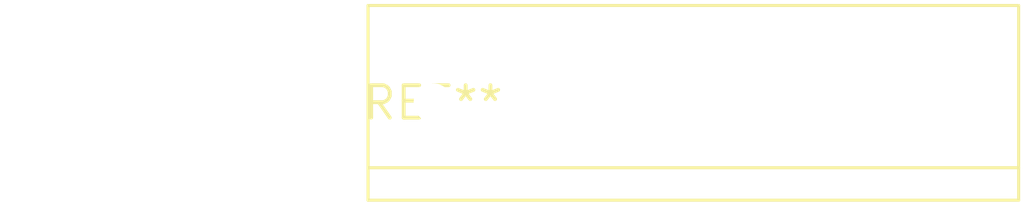
<source format=kicad_pcb>
(kicad_pcb (version 20240108) (generator pcbnew)
  (layers (0 "F.Cu" signal) (31 "B.Cu" signal) (34 "B.Paste" user) (35 "F.Paste" user) (36 "B.SilkS" user "B.Silkscreen") (37 "F.SilkS" user "F.Silkscreen") (38 "B.Mask" user) (39 "F.Mask" user) (44 "Edge.Cuts" user))
  (net 0 "")
  (footprint "TerminalBlock_bornier-5_P5.08mm" (layer "F.Cu") (at 0 0)
    (property "Reference" "REF**")
    (property "Value" "TerminalBlock_bornier-5_P5.08mm")
    (fp_line (start -2.54 -3.81) (end -2.54 3.81) (layer "F.SilkS") (stroke (width 0.12)))
    (fp_line (start -2.54 -3.81) (end 22.86 -3.81) (layer "F.SilkS") (stroke (width 0.12)))
    (fp_line (start -2.54 2.54) (end 22.86 2.54) (layer "F.SilkS") (stroke (width 0.12)))
    (fp_line (start -2.54 3.81) (end 22.86 3.81) (layer "F.SilkS") (stroke (width 0.12)))
    (fp_line (start 22.86 -3.81) (end 22.86 3.81) (layer "F.SilkS") (stroke (width 0.12)))
    (pad "1" thru_hole rect (at 0 0) (size 3 3) (drill 1.52) (layers *.Cu *.Mask) (remove_unused_layers))
    (pad "2" thru_hole circle (at 5.08 0) (size 3 3) (drill 1.52) (layers *.Cu *.Mask) (remove_unused_layers))
    (pad "3" thru_hole circle (at 10.16 0) (size 3 3) (drill 1.52) (layers *.Cu *.Mask) (remove_unused_layers))
    (pad "4" thru_hole circle (at 15.24 0) (size 3 3) (drill 1.52) (layers *.Cu *.Mask) (remove_unused_layers))
    (pad "5" thru_hole circle (at 20.32 0) (size 3 3) (drill 1.52) (layers *.Cu *.Mask) (remove_unused_layers))
  )
)
</source>
